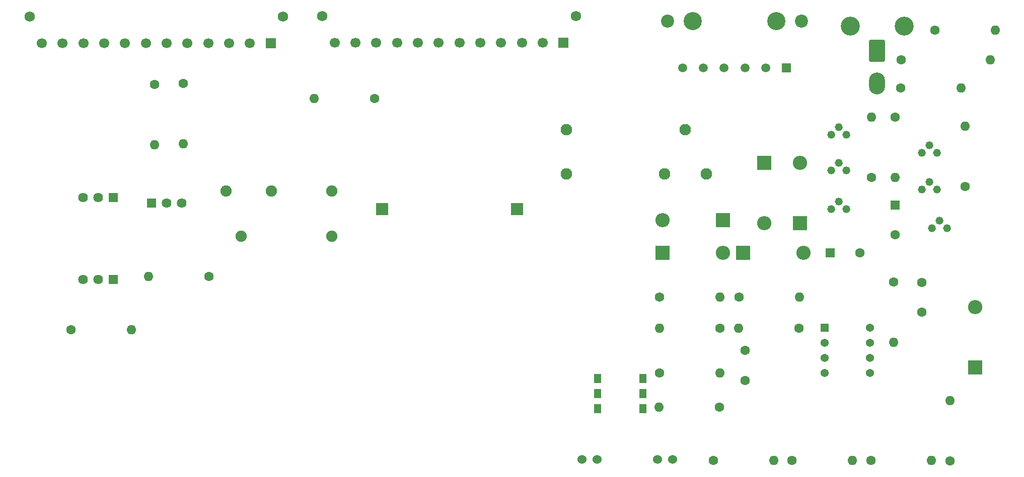
<source format=gbr>
%TF.GenerationSoftware,KiCad,Pcbnew,(6.0.2)*%
%TF.CreationDate,2022-07-14T16:29:58+09:00*%
%TF.ProjectId,TSAL&DIS,5453414c-2644-4495-932e-6b696361645f,rev?*%
%TF.SameCoordinates,Original*%
%TF.FileFunction,Soldermask,Bot*%
%TF.FilePolarity,Negative*%
%FSLAX46Y46*%
G04 Gerber Fmt 4.6, Leading zero omitted, Abs format (unit mm)*
G04 Created by KiCad (PCBNEW (6.0.2)) date 2022-07-14 16:29:58*
%MOMM*%
%LPD*%
G01*
G04 APERTURE LIST*
G04 Aperture macros list*
%AMRoundRect*
0 Rectangle with rounded corners*
0 $1 Rounding radius*
0 $2 $3 $4 $5 $6 $7 $8 $9 X,Y pos of 4 corners*
0 Add a 4 corners polygon primitive as box body*
4,1,4,$2,$3,$4,$5,$6,$7,$8,$9,$2,$3,0*
0 Add four circle primitives for the rounded corners*
1,1,$1+$1,$2,$3*
1,1,$1+$1,$4,$5*
1,1,$1+$1,$6,$7*
1,1,$1+$1,$8,$9*
0 Add four rect primitives between the rounded corners*
20,1,$1+$1,$2,$3,$4,$5,0*
20,1,$1+$1,$4,$5,$6,$7,0*
20,1,$1+$1,$6,$7,$8,$9,0*
20,1,$1+$1,$8,$9,$2,$3,0*%
G04 Aperture macros list end*
%ADD10C,1.320800*%
%ADD11C,3.049999*%
%ADD12R,1.520000X1.520000*%
%ADD13C,1.520000*%
%ADD14C,2.200000*%
%ADD15C,1.750000*%
%ADD16R,1.700000X1.700000*%
%ADD17C,1.700000*%
%ADD18C,1.600000*%
%ADD19O,1.600000X1.600000*%
%ADD20R,1.625600X1.625600*%
%ADD21C,1.625600*%
%ADD22R,2.000000X2.000000*%
%ADD23C,1.524000*%
%ADD24R,2.400000X2.400000*%
%ADD25O,2.400000X2.400000*%
%ADD26C,1.905000*%
%ADD27R,1.600000X1.600000*%
%ADD28C,1.950000*%
%ADD29R,1.371600X1.371600*%
%ADD30C,1.371600*%
%ADD31C,3.200000*%
%ADD32RoundRect,0.250001X-1.099999X-1.599999X1.099999X-1.599999X1.099999X1.599999X-1.099999X1.599999X0*%
%ADD33O,2.700000X3.700000*%
%ADD34R,1.295400X1.498600*%
G04 APERTURE END LIST*
D10*
%TO.C,U8*%
X275980000Y-131393000D03*
X277250000Y-130123000D03*
X278520000Y-131393000D03*
%TD*%
D11*
%TO.C,J4*%
X251499974Y-102973501D03*
X237500002Y-102973501D03*
D12*
X253249983Y-110883500D03*
D13*
X249749982Y-110883500D03*
X246249982Y-110883500D03*
X242749981Y-110883500D03*
X239249981Y-110883500D03*
X235749980Y-110883500D03*
D14*
X255749978Y-102973508D03*
X233250023Y-102973508D03*
%TD*%
D15*
%TO.C,J2*%
X168549999Y-102249999D03*
X125950084Y-102249999D03*
D16*
X166500000Y-106750000D03*
D17*
X162999999Y-106750000D03*
X159499999Y-106750000D03*
X155999998Y-106750000D03*
X152499998Y-106750000D03*
X148999997Y-106750000D03*
X145499996Y-106750000D03*
X141999996Y-106750000D03*
X138499995Y-106750000D03*
X134999994Y-106750000D03*
X131499994Y-106750000D03*
X127999993Y-106750000D03*
%TD*%
D18*
%TO.C,R7*%
X254170000Y-177000000D03*
D19*
X264330000Y-177000000D03*
%TD*%
D10*
%TO.C,U5*%
X260730000Y-128143000D03*
X262000000Y-126873000D03*
X263270000Y-128143000D03*
%TD*%
D18*
%TO.C,R5*%
X231920000Y-162250000D03*
D19*
X242080000Y-162250000D03*
%TD*%
D20*
%TO.C,Q1*%
X140040000Y-132750000D03*
D21*
X137500000Y-132750000D03*
X134960000Y-132750000D03*
%TD*%
D22*
%TO.C,F1*%
X185245000Y-134655000D03*
X207945000Y-134655000D03*
%TD*%
D23*
%TO.C,PS1*%
X218864000Y-176816000D03*
X221404000Y-176816000D03*
X231564000Y-176816000D03*
X234104000Y-176816000D03*
%TD*%
D18*
%TO.C,R19*%
X184000000Y-116000000D03*
D19*
X173840000Y-116000000D03*
%TD*%
D18*
%TO.C,R11*%
X242000000Y-168000000D03*
D19*
X231840000Y-168000000D03*
%TD*%
D18*
%TO.C,R4*%
X242040000Y-154750000D03*
D19*
X231880000Y-154750000D03*
%TD*%
D24*
%TO.C,D1*%
X285000000Y-161330000D03*
D25*
X285000000Y-151170000D03*
%TD*%
D18*
%TO.C,R20*%
X147000000Y-113670000D03*
D19*
X147000000Y-123830000D03*
%TD*%
D26*
%TO.C,U3*%
X176750000Y-131650000D03*
X166590000Y-131650000D03*
X158970000Y-131650000D03*
X161510000Y-139270000D03*
X176750000Y-139270000D03*
%TD*%
D24*
%TO.C,D4*%
X232420000Y-142000000D03*
D25*
X242580000Y-142000000D03*
%TD*%
D18*
%TO.C,R21*%
X151750000Y-113500000D03*
D19*
X151750000Y-123660000D03*
%TD*%
D18*
%TO.C,C5*%
X272500000Y-109500000D03*
D19*
X287500000Y-109500000D03*
%TD*%
D10*
%TO.C,U9*%
X276000000Y-125143000D03*
X277270000Y-123873000D03*
X278540000Y-125143000D03*
%TD*%
D18*
%TO.C,R18*%
X278170000Y-104500000D03*
D19*
X288330000Y-104500000D03*
%TD*%
D18*
%TO.C,C1*%
X246250000Y-163500000D03*
X246250000Y-158500000D03*
%TD*%
%TO.C,R14*%
X271500000Y-119170000D03*
D19*
X271500000Y-129330000D03*
%TD*%
D27*
%TO.C,C4*%
X271500000Y-134000000D03*
D18*
X271500000Y-139000000D03*
%TD*%
D20*
%TO.C,Q2*%
X140000000Y-146500000D03*
D21*
X137460000Y-146500000D03*
X134920000Y-146500000D03*
%TD*%
D18*
%TO.C,R17*%
X272420000Y-114250000D03*
D19*
X282580000Y-114250000D03*
%TD*%
D18*
%TO.C,R1*%
X231920000Y-149500000D03*
D19*
X242080000Y-149500000D03*
%TD*%
D15*
%TO.C,J3*%
X175200097Y-102178500D03*
X217800012Y-102178500D03*
D16*
X215750013Y-106678501D03*
D17*
X212250012Y-106678501D03*
X208750012Y-106678501D03*
X205250011Y-106678501D03*
X201750011Y-106678501D03*
X198250010Y-106678501D03*
X194750009Y-106678501D03*
X191250009Y-106678501D03*
X187750008Y-106678501D03*
X184250007Y-106678501D03*
X180750007Y-106678501D03*
X177250006Y-106678501D03*
%TD*%
D18*
%TO.C,R8*%
X267420000Y-177000000D03*
D19*
X277580000Y-177000000D03*
%TD*%
D10*
%TO.C,U4*%
X260730000Y-134643000D03*
X262000000Y-133373000D03*
X263270000Y-134643000D03*
%TD*%
D28*
%TO.C,PRECHARGE1*%
X216225000Y-128750000D03*
X232725000Y-128750000D03*
X239725000Y-128750000D03*
X236225000Y-121250000D03*
X216225000Y-121250000D03*
%TD*%
D27*
%TO.C,C3*%
X260597349Y-142000000D03*
D18*
X265597349Y-142000000D03*
%TD*%
D29*
%TO.C,U1*%
X259690000Y-154690000D03*
D30*
X259690000Y-157230000D03*
X259690000Y-159770000D03*
X259690000Y-162310000D03*
X267310000Y-162310000D03*
X267310000Y-159770000D03*
X267310000Y-157230000D03*
X267310000Y-154690000D03*
%TD*%
D18*
%TO.C,R15*%
X267500000Y-129330000D03*
D19*
X267500000Y-119170000D03*
%TD*%
D18*
%TO.C,C2*%
X276000000Y-147000000D03*
X276000000Y-152000000D03*
%TD*%
%TO.C,R16*%
X283250000Y-130830000D03*
D19*
X283250000Y-120670000D03*
%TD*%
D10*
%TO.C,U7*%
X277730000Y-137893000D03*
X279000000Y-136623000D03*
X280270000Y-137893000D03*
%TD*%
D24*
%TO.C,D5*%
X245920000Y-142000000D03*
D25*
X256080000Y-142000000D03*
%TD*%
D31*
%TO.C,J1*%
X273000000Y-103825000D03*
X264000000Y-103825000D03*
D32*
X268500000Y-108025000D03*
D33*
X268500000Y-113525000D03*
%TD*%
D18*
%TO.C,R10*%
X271250000Y-146920000D03*
D19*
X271250000Y-157080000D03*
%TD*%
D20*
%TO.C,Q3*%
X146500000Y-133622300D03*
D21*
X149040000Y-133622300D03*
X151580000Y-133622300D03*
%TD*%
D10*
%TO.C,U6*%
X260730000Y-122143000D03*
X262000000Y-120873000D03*
X263270000Y-122143000D03*
%TD*%
D18*
%TO.C,R2*%
X245250000Y-149500000D03*
D19*
X255410000Y-149500000D03*
%TD*%
D24*
%TO.C,D2*%
X249500000Y-126920000D03*
D25*
X249500000Y-137080000D03*
%TD*%
D18*
%TO.C,R3*%
X255330000Y-154750000D03*
D19*
X245170000Y-154750000D03*
%TD*%
D18*
%TO.C,R13*%
X156080000Y-146000000D03*
D19*
X145920000Y-146000000D03*
%TD*%
D18*
%TO.C,R12*%
X132920000Y-155000000D03*
D19*
X143080000Y-155000000D03*
%TD*%
D34*
%TO.C,U2*%
X229060000Y-168290000D03*
X229060000Y-165750000D03*
X229060000Y-163210000D03*
X221440000Y-163210000D03*
X221440000Y-165750000D03*
X221440000Y-168290000D03*
%TD*%
D24*
%TO.C,D3*%
X242580000Y-136500000D03*
D25*
X232420000Y-136500000D03*
%TD*%
D18*
%TO.C,R9*%
X280750000Y-177080000D03*
D19*
X280750000Y-166920000D03*
%TD*%
D18*
%TO.C,R6*%
X240920000Y-177000000D03*
D19*
X251080000Y-177000000D03*
%TD*%
D24*
%TO.C,D6*%
X255500000Y-137080000D03*
D25*
X255500000Y-126920000D03*
%TD*%
M02*

</source>
